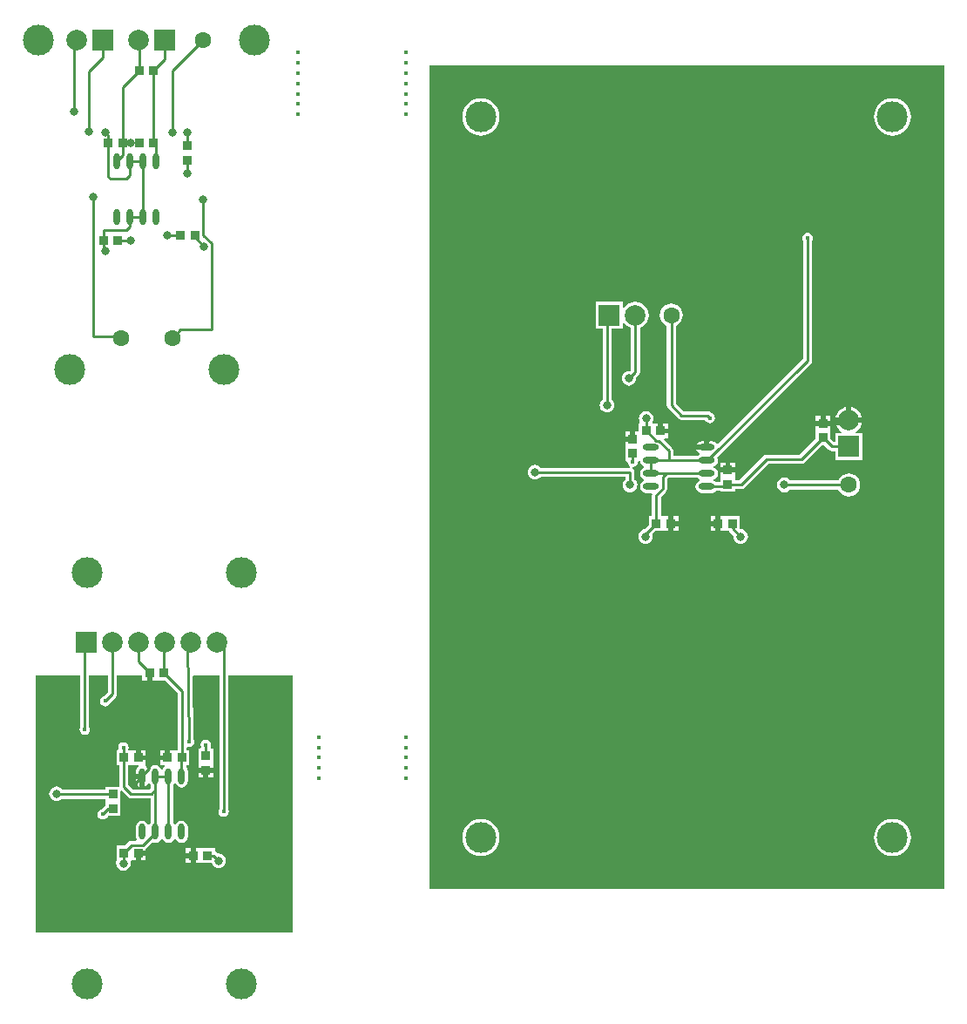
<source format=gbl>
G04 Layer_Physical_Order=2*
G04 Layer_Color=16711680*
%FSLAX44Y44*%
%MOMM*%
G71*
G01*
G75*
%ADD10R,0.8500X0.8500*%
%ADD15R,0.8500X0.8500*%
%ADD17C,0.2540*%
%ADD19C,2.0000*%
%ADD20R,2.0000X2.0000*%
%ADD21R,2.0000X2.0000*%
%ADD22C,1.6000*%
%ADD23C,1.0000*%
%ADD24C,0.4600*%
%ADD25C,0.4000*%
%ADD26C,0.8000*%
%ADD27C,3.0000*%
G04:AMPARAMS|DCode=28|XSize=1.55mm|YSize=0.6mm|CornerRadius=0.3mm|HoleSize=0mm|Usage=FLASHONLY|Rotation=270.000|XOffset=0mm|YOffset=0mm|HoleType=Round|Shape=RoundedRectangle|*
%AMROUNDEDRECTD28*
21,1,1.5500,0.0000,0,0,270.0*
21,1,0.9500,0.6000,0,0,270.0*
1,1,0.6000,0.0000,-0.4750*
1,1,0.6000,0.0000,0.4750*
1,1,0.6000,0.0000,0.4750*
1,1,0.6000,0.0000,-0.4750*
%
%ADD28ROUNDEDRECTD28*%
G04:AMPARAMS|DCode=29|XSize=1.55mm|YSize=0.6mm|CornerRadius=0.3mm|HoleSize=0mm|Usage=FLASHONLY|Rotation=180.000|XOffset=0mm|YOffset=0mm|HoleType=Round|Shape=RoundedRectangle|*
%AMROUNDEDRECTD29*
21,1,1.5500,0.0000,0,0,180.0*
21,1,0.9500,0.6000,0,0,180.0*
1,1,0.6000,-0.4750,0.0000*
1,1,0.6000,0.4750,0.0000*
1,1,0.6000,0.4750,0.0000*
1,1,0.6000,-0.4750,0.0000*
%
%ADD29ROUNDEDRECTD29*%
G36*
X99729Y161480D02*
X99124Y161076D01*
X97798Y159091D01*
X97332Y156750D01*
Y154500D01*
X103450D01*
Y152000D01*
X105950D01*
Y141704D01*
X107776Y142924D01*
X109102Y144909D01*
X109153Y145164D01*
X110448D01*
X110498Y144909D01*
X111796Y142966D01*
Y140453D01*
X110697Y139354D01*
X94303D01*
X89854Y143803D01*
Y162750D01*
X99344D01*
X99729Y161480D01*
D02*
G37*
G36*
X113000Y245250D02*
X125593D01*
X137646Y233197D01*
Y177250D01*
X130500D01*
Y170000D01*
X128000D01*
Y167500D01*
X120750D01*
Y162750D01*
X124744D01*
X125129Y161480D01*
X124524Y161076D01*
X123198Y159091D01*
X123147Y158836D01*
X121853D01*
X121802Y159091D01*
X120476Y161076D01*
X118491Y162402D01*
X116150Y162868D01*
X113809Y162402D01*
X111824Y161076D01*
X110498Y159091D01*
X110448Y158836D01*
X109153D01*
X109102Y159091D01*
X107776Y161076D01*
X107081Y161540D01*
X106750Y162750D01*
X106750D01*
X106750Y162750D01*
Y167500D01*
X99500D01*
Y170000D01*
X97000D01*
Y177250D01*
X89854D01*
Y178772D01*
X90098Y180000D01*
X89710Y181951D01*
X88605Y183605D01*
X86951Y184710D01*
X85000Y185098D01*
X83049Y184710D01*
X81395Y183605D01*
X80290Y181951D01*
X79902Y180000D01*
X80196Y178520D01*
X79413Y177250D01*
X78250D01*
Y162750D01*
X81146D01*
Y142000D01*
X80941Y141750D01*
X67750D01*
Y138854D01*
X25866D01*
X24992Y139992D01*
X23530Y141114D01*
X21827Y141820D01*
X20000Y142060D01*
X18173Y141820D01*
X16470Y141114D01*
X15008Y139992D01*
X13886Y138530D01*
X13180Y136827D01*
X12940Y135000D01*
X13180Y133173D01*
X13886Y131470D01*
X15008Y130007D01*
X16470Y128885D01*
X18173Y128180D01*
X20000Y127940D01*
X21827Y128180D01*
X23530Y128885D01*
X24992Y130007D01*
X25099Y130146D01*
X67750D01*
Y123798D01*
X67421Y123579D01*
X63678Y119835D01*
X63049Y119710D01*
X61395Y118605D01*
X60290Y116951D01*
X59902Y115000D01*
X60290Y113049D01*
X61395Y111395D01*
X63049Y110290D01*
X65000Y109902D01*
X66951Y110290D01*
X68605Y111395D01*
X69710Y113049D01*
X69750Y113250D01*
X82250D01*
Y127250D01*
Y137297D01*
X83520Y137823D01*
X89422Y131922D01*
X90834Y130978D01*
X92500Y130646D01*
X111796D01*
Y107034D01*
X110498Y105091D01*
X110448Y104836D01*
X109153D01*
X109102Y105091D01*
X107776Y107076D01*
X105791Y108402D01*
X103450Y108868D01*
X101109Y108402D01*
X99124Y107076D01*
X97798Y105091D01*
X97332Y102750D01*
Y93250D01*
X97798Y90909D01*
X98076Y90494D01*
X97477Y89374D01*
X93896D01*
X93795Y89354D01*
X93000D01*
X91334Y89022D01*
X89922Y88078D01*
X86593Y84750D01*
X78250D01*
Y70250D01*
X78250Y70250D01*
X78250D01*
X78141Y69025D01*
X77940Y67500D01*
X78180Y65673D01*
X78885Y63970D01*
X80008Y62508D01*
X81470Y61385D01*
X83173Y60680D01*
X85000Y60440D01*
X86827Y60680D01*
X88530Y61385D01*
X89993Y62508D01*
X91115Y63970D01*
X91820Y65673D01*
X92060Y67500D01*
X91866Y68980D01*
X92642Y70250D01*
X97000D01*
Y77500D01*
X99500D01*
Y80000D01*
X106750D01*
Y81664D01*
X107166Y81941D01*
X113217Y87993D01*
X113809Y87598D01*
X116150Y87132D01*
X118491Y87598D01*
X120476Y88924D01*
X121802Y90909D01*
X121853Y91164D01*
X123147D01*
X123198Y90909D01*
X124524Y88924D01*
X126509Y87598D01*
X128850Y87132D01*
X131191Y87598D01*
X133176Y88924D01*
X134502Y90909D01*
X134553Y91164D01*
X135848D01*
X135898Y90909D01*
X137224Y88924D01*
X139209Y87598D01*
X141550Y87132D01*
X143891Y87598D01*
X145876Y88924D01*
X147202Y90909D01*
X147668Y93250D01*
Y102750D01*
X147202Y105091D01*
X145876Y107076D01*
X143891Y108402D01*
X141550Y108868D01*
X139209Y108402D01*
X137224Y107076D01*
X135898Y105091D01*
X135848Y104836D01*
X134553D01*
X134502Y105091D01*
X133204Y107034D01*
Y142966D01*
X134502Y144909D01*
X134553Y145164D01*
X135848D01*
X135898Y144909D01*
X137224Y142924D01*
X139209Y141598D01*
X141550Y141132D01*
X143891Y141598D01*
X145876Y142924D01*
X147202Y144909D01*
X147668Y147250D01*
Y156750D01*
X147202Y159091D01*
X145904Y161034D01*
Y162750D01*
X149250D01*
Y177250D01*
X146354D01*
Y180020D01*
X147624Y180852D01*
X149000Y180579D01*
X150951Y180967D01*
X152605Y182072D01*
X153710Y183726D01*
X154098Y185677D01*
X153710Y187628D01*
X153315Y188219D01*
X152372Y249095D01*
X153263Y250000D01*
X178146D01*
Y119984D01*
X177790Y119451D01*
X177402Y117500D01*
X177790Y115549D01*
X178895Y113895D01*
X180549Y112790D01*
X182500Y112402D01*
X184451Y112790D01*
X186105Y113895D01*
X187210Y115549D01*
X187598Y117500D01*
X187210Y119451D01*
X186854Y119984D01*
Y250000D01*
X250000D01*
Y0D01*
X0D01*
Y250000D01*
X43146D01*
Y199984D01*
X42790Y199451D01*
X42402Y197500D01*
X42790Y195549D01*
X43895Y193895D01*
X45549Y192790D01*
X47500Y192402D01*
X49451Y192790D01*
X51105Y193895D01*
X52210Y195549D01*
X52598Y197500D01*
X52210Y199451D01*
X51854Y199984D01*
Y250000D01*
X70046D01*
Y233703D01*
X66178Y229835D01*
X65549Y229710D01*
X63895Y228605D01*
X62790Y226951D01*
X62402Y225000D01*
X62790Y223049D01*
X63895Y221395D01*
X65549Y220290D01*
X67500Y219902D01*
X69451Y220290D01*
X71105Y221395D01*
X72210Y223049D01*
X72335Y223678D01*
X77478Y228822D01*
X78422Y230234D01*
X78754Y231900D01*
Y250000D01*
X103250D01*
Y245250D01*
X108000D01*
Y252500D01*
X113000D01*
Y245250D01*
D02*
G37*
G36*
X882500Y42500D02*
X382500D01*
Y842500D01*
X882500D01*
Y42500D01*
D02*
G37*
%LPC*%
G36*
X100950Y149500D02*
X97332D01*
Y147250D01*
X97798Y144909D01*
X99124Y142924D01*
X100950Y141704D01*
Y149500D01*
D02*
G37*
G36*
X165000Y187598D02*
X163049Y187210D01*
X161395Y186105D01*
X160290Y184451D01*
X159902Y182500D01*
X160290Y180549D01*
X160310Y180520D01*
X159681Y179250D01*
X157750D01*
Y164750D01*
Y160500D01*
X165000D01*
X172250D01*
Y164750D01*
Y179250D01*
X170319D01*
X169690Y180520D01*
X169710Y180549D01*
X170098Y182500D01*
X169710Y184451D01*
X168605Y186105D01*
X166951Y187210D01*
X165000Y187598D01*
D02*
G37*
G36*
X172250Y155500D02*
X167500D01*
Y150750D01*
X172250D01*
Y155500D01*
D02*
G37*
G36*
X125500Y177250D02*
X120750D01*
Y172500D01*
X125500D01*
Y177250D01*
D02*
G37*
G36*
X106750D02*
X102000D01*
Y172500D01*
X106750D01*
Y177250D01*
D02*
G37*
G36*
X162500Y155500D02*
X157750D01*
Y150750D01*
X162500D01*
Y155500D01*
D02*
G37*
G36*
X106750Y75000D02*
X102000D01*
Y70250D01*
X106750D01*
Y75000D01*
D02*
G37*
G36*
X150500Y72500D02*
X145750D01*
Y67750D01*
X150500D01*
Y72500D01*
D02*
G37*
G36*
X174250Y82250D02*
X155500D01*
Y75000D01*
Y67750D01*
X170855D01*
X171385Y66470D01*
X172508Y65008D01*
X173970Y63885D01*
X175673Y63180D01*
X177500Y62940D01*
X179327Y63180D01*
X181030Y63885D01*
X182492Y65008D01*
X183615Y66470D01*
X184320Y68173D01*
X184560Y70000D01*
X184320Y71827D01*
X183615Y73530D01*
X182492Y74992D01*
X181030Y76115D01*
X179327Y76820D01*
X177500Y77060D01*
X176702Y76955D01*
X175578Y78078D01*
X174250Y78966D01*
Y82250D01*
D02*
G37*
G36*
X150500D02*
X145750D01*
Y77500D01*
X150500D01*
Y82250D01*
D02*
G37*
G36*
X624250Y395000D02*
X619500D01*
Y390250D01*
X624250D01*
Y395000D01*
D02*
G37*
G36*
X684250Y404750D02*
X665500D01*
Y397500D01*
Y390250D01*
X673702D01*
X673922Y389921D01*
X678045Y385798D01*
X677940Y385000D01*
X678180Y383173D01*
X678885Y381470D01*
X680008Y380008D01*
X681470Y378885D01*
X683173Y378180D01*
X685000Y377940D01*
X686827Y378180D01*
X688530Y378885D01*
X689992Y380008D01*
X691115Y381470D01*
X691820Y383173D01*
X692060Y385000D01*
X691820Y386827D01*
X691115Y388530D01*
X689992Y389992D01*
X688530Y391115D01*
X686827Y391820D01*
X685000Y392060D01*
X684250Y392718D01*
Y404750D01*
D02*
G37*
G36*
X432500Y110587D02*
X428971Y110239D01*
X425578Y109210D01*
X422451Y107539D01*
X419711Y105289D01*
X417461Y102549D01*
X415790Y99422D01*
X414761Y96029D01*
X414413Y92500D01*
X414761Y88971D01*
X415790Y85578D01*
X417461Y82451D01*
X419711Y79710D01*
X422451Y77461D01*
X425578Y75790D01*
X428971Y74760D01*
X432500Y74413D01*
X436029Y74760D01*
X439422Y75790D01*
X442549Y77461D01*
X445289Y79710D01*
X447539Y82451D01*
X449210Y85578D01*
X450239Y88971D01*
X450587Y92500D01*
X450239Y96029D01*
X449210Y99422D01*
X447539Y102549D01*
X445289Y105289D01*
X442549Y107539D01*
X439422Y109210D01*
X436029Y110239D01*
X432500Y110587D01*
D02*
G37*
G36*
X832500D02*
X828971Y110239D01*
X825578Y109210D01*
X822451Y107539D01*
X819710Y105289D01*
X817461Y102549D01*
X815790Y99422D01*
X814760Y96029D01*
X814413Y92500D01*
X814760Y88971D01*
X815790Y85578D01*
X817461Y82451D01*
X819710Y79710D01*
X822451Y77461D01*
X825578Y75790D01*
X828971Y74760D01*
X832500Y74413D01*
X836029Y74760D01*
X839422Y75790D01*
X842549Y77461D01*
X845290Y79710D01*
X847539Y82451D01*
X849210Y85578D01*
X850239Y88971D01*
X850587Y92500D01*
X850239Y96029D01*
X849210Y99422D01*
X847539Y102549D01*
X845290Y105289D01*
X842549Y107539D01*
X839422Y109210D01*
X836029Y110239D01*
X832500Y110587D01*
D02*
G37*
G36*
X660500Y395000D02*
X655750D01*
Y390250D01*
X660500D01*
Y395000D01*
D02*
G37*
G36*
X772250Y502250D02*
X767500D01*
Y497500D01*
X772250D01*
Y502250D01*
D02*
G37*
G36*
X787500Y510483D02*
X786606Y510365D01*
X783444Y509055D01*
X780728Y506972D01*
X778644Y504256D01*
X777335Y501094D01*
X777217Y500200D01*
X787500D01*
Y510483D01*
D02*
G37*
G36*
X617500Y611095D02*
X614628Y610717D01*
X611953Y609608D01*
X609655Y607845D01*
X607892Y605547D01*
X606783Y602872D01*
X606405Y600000D01*
X606783Y597128D01*
X607892Y594453D01*
X609655Y592155D01*
X611953Y590392D01*
X613146Y589897D01*
Y512500D01*
X613478Y510834D01*
X614422Y509422D01*
X624422Y499422D01*
X625834Y498478D01*
X627500Y498146D01*
X650271D01*
X650290Y498049D01*
X651395Y496395D01*
X653049Y495290D01*
X655000Y494902D01*
X656951Y495290D01*
X658605Y496395D01*
X659710Y498049D01*
X660098Y500000D01*
X659710Y501951D01*
X658605Y503605D01*
X656951Y504710D01*
X656322Y504835D01*
X655579Y505578D01*
X654166Y506522D01*
X652500Y506854D01*
X629303D01*
X621854Y514303D01*
Y589897D01*
X623047Y590392D01*
X625345Y592155D01*
X627108Y594453D01*
X628217Y597128D01*
X628595Y600000D01*
X628217Y602872D01*
X627108Y605547D01*
X625345Y607845D01*
X623047Y609608D01*
X620372Y610717D01*
X617500Y611095D01*
D02*
G37*
G36*
X762500Y502250D02*
X757750D01*
Y497500D01*
X762500D01*
Y502250D01*
D02*
G37*
G36*
X432500Y810587D02*
X428971Y810239D01*
X425578Y809210D01*
X422451Y807539D01*
X419711Y805290D01*
X417461Y802549D01*
X415790Y799422D01*
X414761Y796029D01*
X414413Y792500D01*
X414761Y788971D01*
X415790Y785578D01*
X417461Y782451D01*
X419711Y779710D01*
X422451Y777461D01*
X425578Y775790D01*
X428971Y774761D01*
X432500Y774413D01*
X436029Y774761D01*
X439422Y775790D01*
X442549Y777461D01*
X445289Y779710D01*
X447539Y782451D01*
X449210Y785578D01*
X450239Y788971D01*
X450587Y792500D01*
X450239Y796029D01*
X449210Y799422D01*
X447539Y802549D01*
X445289Y805290D01*
X442549Y807539D01*
X439422Y809210D01*
X436029Y810239D01*
X432500Y810587D01*
D02*
G37*
G36*
X832500D02*
X828971Y810239D01*
X825578Y809210D01*
X822451Y807539D01*
X819710Y805290D01*
X817461Y802549D01*
X815790Y799422D01*
X814760Y796029D01*
X814413Y792500D01*
X814760Y788971D01*
X815790Y785578D01*
X817461Y782451D01*
X819710Y779710D01*
X822451Y777461D01*
X825578Y775790D01*
X828971Y774761D01*
X832500Y774413D01*
X836029Y774761D01*
X839422Y775790D01*
X842549Y777461D01*
X845290Y779710D01*
X847539Y782451D01*
X849210Y785578D01*
X850239Y788971D01*
X850587Y792500D01*
X850239Y796029D01*
X849210Y799422D01*
X847539Y802549D01*
X845290Y805290D01*
X842549Y807539D01*
X839422Y809210D01*
X836029Y810239D01*
X832500Y810587D01*
D02*
G37*
G36*
X792500Y510483D02*
Y500200D01*
X802783D01*
X802665Y501094D01*
X801356Y504256D01*
X799272Y506972D01*
X796556Y509055D01*
X793394Y510365D01*
X792500Y510483D01*
D02*
G37*
G36*
X582700Y613112D02*
X579306Y612665D01*
X576144Y611356D01*
X573428Y609272D01*
X571570Y606850D01*
X570300Y607191D01*
Y613000D01*
X544300D01*
Y587000D01*
X550646D01*
Y517983D01*
X550008Y517492D01*
X548885Y516030D01*
X548180Y514327D01*
X547940Y512500D01*
X548180Y510673D01*
X548885Y508970D01*
X550008Y507508D01*
X551470Y506385D01*
X553173Y505680D01*
X555000Y505440D01*
X556827Y505680D01*
X558530Y506385D01*
X559992Y507508D01*
X561115Y508970D01*
X561820Y510673D01*
X562060Y512500D01*
X561820Y514327D01*
X561115Y516030D01*
X559992Y517492D01*
X559354Y517983D01*
Y587000D01*
X570300D01*
Y592809D01*
X571570Y593150D01*
X573428Y590728D01*
X576144Y588644D01*
X578346Y587732D01*
Y546503D01*
X577298Y545455D01*
X576500Y545560D01*
X574673Y545320D01*
X572970Y544614D01*
X571508Y543492D01*
X570386Y542030D01*
X569680Y540327D01*
X569440Y538500D01*
X569680Y536673D01*
X570386Y534970D01*
X571508Y533507D01*
X572970Y532385D01*
X574673Y531680D01*
X576500Y531440D01*
X578327Y531680D01*
X580030Y532385D01*
X581493Y533507D01*
X582615Y534970D01*
X583320Y536673D01*
X583560Y538500D01*
X583455Y539298D01*
X585779Y541622D01*
X586722Y543034D01*
X587054Y544700D01*
Y587732D01*
X589256Y588644D01*
X591972Y590728D01*
X594055Y593444D01*
X595365Y596606D01*
X595812Y600000D01*
X595365Y603394D01*
X594055Y606556D01*
X591972Y609272D01*
X589256Y611356D01*
X586094Y612665D01*
X582700Y613112D01*
D02*
G37*
G36*
X614250Y494750D02*
X609500D01*
Y490000D01*
X614250D01*
Y494750D01*
D02*
G37*
G36*
X790000Y446095D02*
X787128Y445717D01*
X784453Y444608D01*
X782155Y442845D01*
X780392Y440547D01*
X779897Y439354D01*
X732983D01*
X732493Y439992D01*
X731030Y441115D01*
X729327Y441820D01*
X727500Y442060D01*
X725673Y441820D01*
X723970Y441115D01*
X722508Y439992D01*
X721386Y438530D01*
X720680Y436827D01*
X720440Y435000D01*
X720680Y433173D01*
X721386Y431470D01*
X722508Y430008D01*
X723970Y428885D01*
X725673Y428180D01*
X727500Y427940D01*
X729327Y428180D01*
X731030Y428885D01*
X732493Y430008D01*
X732983Y430646D01*
X779897D01*
X780392Y429453D01*
X782155Y427155D01*
X784453Y425392D01*
X787128Y424283D01*
X790000Y423905D01*
X792872Y424283D01*
X795547Y425392D01*
X797845Y427155D01*
X799609Y429453D01*
X800717Y432128D01*
X801095Y435000D01*
X800717Y437872D01*
X799609Y440547D01*
X797845Y442845D01*
X795547Y444608D01*
X792872Y445717D01*
X790000Y446095D01*
D02*
G37*
G36*
X670000Y456750D02*
X665250D01*
Y452000D01*
X670000D01*
Y456750D01*
D02*
G37*
G36*
X660500Y404750D02*
X655750D01*
Y400000D01*
X660500D01*
Y404750D01*
D02*
G37*
G36*
X624250D02*
X619500D01*
Y400000D01*
X624250D01*
Y404750D01*
D02*
G37*
G36*
X750000Y680098D02*
X748049Y679710D01*
X746395Y678605D01*
X745290Y676951D01*
X744902Y675000D01*
X745290Y673049D01*
X745646Y672516D01*
Y557736D01*
X662869Y474959D01*
X661605Y475083D01*
X661076Y475876D01*
X659091Y477202D01*
X656750Y477668D01*
X654500D01*
Y471550D01*
X652000D01*
Y469050D01*
X641704D01*
X642924Y467224D01*
X644909Y465898D01*
X645164Y465847D01*
Y464552D01*
X644909Y464502D01*
X642966Y463204D01*
X619354D01*
Y468167D01*
X619022Y469833D01*
X618078Y471246D01*
X610247Y479077D01*
X610733Y480250D01*
X614250D01*
Y485000D01*
X607000D01*
Y487500D01*
X604500D01*
Y494750D01*
X599614D01*
X599053Y495889D01*
X599114Y495970D01*
X599820Y497673D01*
X600060Y499500D01*
X599820Y501327D01*
X599114Y503030D01*
X597993Y504492D01*
X596530Y505615D01*
X594827Y506320D01*
X593000Y506560D01*
X591173Y506320D01*
X589470Y505615D01*
X588008Y504492D01*
X586885Y503030D01*
X586180Y501327D01*
X585940Y499500D01*
X586180Y497673D01*
X586885Y495970D01*
X586948Y495889D01*
X586386Y494750D01*
X585750D01*
Y486750D01*
X582500D01*
Y479500D01*
X580000D01*
Y477000D01*
X572750D01*
Y472250D01*
Y458250D01*
X574286D01*
X574902Y457500D01*
X575290Y455549D01*
X576395Y453895D01*
X577623Y453074D01*
X577620Y453039D01*
X577165Y451854D01*
X490483D01*
X489992Y452492D01*
X488530Y453615D01*
X486827Y454320D01*
X485000Y454560D01*
X483173Y454320D01*
X481470Y453615D01*
X480008Y452492D01*
X478886Y451030D01*
X478180Y449327D01*
X477940Y447500D01*
X478180Y445673D01*
X478886Y443970D01*
X480008Y442508D01*
X481470Y441385D01*
X483173Y440680D01*
X485000Y440440D01*
X486827Y440680D01*
X488530Y441385D01*
X489992Y442508D01*
X490483Y443146D01*
X573146D01*
Y440483D01*
X572508Y439992D01*
X571385Y438530D01*
X570680Y436827D01*
X570440Y435000D01*
X570680Y433173D01*
X571385Y431470D01*
X572508Y430008D01*
X573970Y428885D01*
X575673Y428180D01*
X577500Y427940D01*
X579327Y428180D01*
X581030Y428885D01*
X582492Y430008D01*
X583615Y431470D01*
X584320Y433173D01*
X584560Y435000D01*
X584320Y436827D01*
X583615Y438530D01*
X582492Y439992D01*
X581854Y440483D01*
Y447500D01*
X581522Y449166D01*
X580578Y450578D01*
X579697Y451167D01*
X579926Y452101D01*
X580104Y452423D01*
X581951Y452790D01*
X583605Y453895D01*
X584710Y455549D01*
X585098Y457500D01*
X585714Y458250D01*
X587250D01*
X587250Y458250D01*
X587481Y457099D01*
X587598Y456509D01*
X588924Y454524D01*
X590909Y453198D01*
X591164Y453147D01*
Y451852D01*
X590909Y451802D01*
X588924Y450476D01*
X587598Y448491D01*
X587132Y446150D01*
X587598Y443809D01*
X588924Y441824D01*
X590909Y440498D01*
X591164Y440447D01*
Y439152D01*
X590909Y439102D01*
X588924Y437776D01*
X587598Y435791D01*
X587132Y433450D01*
X587598Y431109D01*
X588924Y429124D01*
X590909Y427798D01*
X593250Y427332D01*
X598124D01*
X598891Y426062D01*
X598646Y424833D01*
Y404750D01*
X595750D01*
Y396407D01*
X591237Y391894D01*
X590673Y391820D01*
X588970Y391115D01*
X587508Y389992D01*
X586385Y388530D01*
X585680Y386827D01*
X585440Y385000D01*
X585680Y383173D01*
X586385Y381470D01*
X587508Y380008D01*
X588970Y378885D01*
X590673Y378180D01*
X592500Y377940D01*
X594327Y378180D01*
X596030Y378885D01*
X597492Y380008D01*
X598615Y381470D01*
X599320Y383173D01*
X599560Y385000D01*
X599320Y386827D01*
X599075Y387418D01*
X601907Y390250D01*
X614500D01*
Y397500D01*
Y404750D01*
X607354D01*
Y423030D01*
X612099Y427774D01*
X613042Y429187D01*
X613374Y430853D01*
Y440867D01*
X614303Y441796D01*
X642966D01*
X644909Y440498D01*
X645164Y440447D01*
Y439152D01*
X644909Y439102D01*
X642924Y437776D01*
X641598Y435791D01*
X641133Y433450D01*
X641598Y431109D01*
X642924Y429124D01*
X644909Y427798D01*
X647250Y427332D01*
X656750D01*
X659091Y427798D01*
X661034Y429096D01*
X665250D01*
Y428250D01*
X679750D01*
Y431146D01*
X685500D01*
X687166Y431478D01*
X688578Y432421D01*
X711803Y455646D01*
X744000D01*
X745666Y455978D01*
X747078Y456922D01*
X763907Y473750D01*
X766093D01*
X770621Y469221D01*
X772034Y468278D01*
X773700Y467946D01*
X777000D01*
Y459300D01*
X803000D01*
Y485300D01*
X797191D01*
X796850Y486570D01*
X799272Y488428D01*
X801356Y491144D01*
X802665Y494306D01*
X802783Y495200D01*
X790000D01*
X777217D01*
X777335Y494306D01*
X778644Y491144D01*
X780728Y488428D01*
X783150Y486570D01*
X782809Y485300D01*
X777000D01*
Y476654D01*
X775503D01*
X772250Y479907D01*
Y487750D01*
Y492500D01*
X765000D01*
X757750D01*
Y487750D01*
Y479907D01*
X742197Y464354D01*
X710000D01*
X708334Y464022D01*
X706921Y463078D01*
X683697Y439854D01*
X679750D01*
Y447000D01*
X672500D01*
X665250D01*
Y442250D01*
Y437804D01*
X661034D01*
X659091Y439102D01*
X658836Y439152D01*
Y440447D01*
X659091Y440498D01*
X661076Y441824D01*
X662402Y443809D01*
X662868Y446150D01*
X662402Y448491D01*
X661076Y450476D01*
X659091Y451802D01*
X658836Y451852D01*
Y453147D01*
X659091Y453198D01*
X661076Y454524D01*
X662402Y456509D01*
X662868Y458850D01*
X662402Y461191D01*
X662007Y461783D01*
X753079Y552854D01*
X754022Y554267D01*
X754354Y555933D01*
Y672516D01*
X754710Y673049D01*
X755098Y675000D01*
X754710Y676951D01*
X753605Y678605D01*
X751951Y679710D01*
X750000Y680098D01*
D02*
G37*
G36*
X577500Y486750D02*
X572750D01*
Y482000D01*
X577500D01*
Y486750D01*
D02*
G37*
G36*
X679750Y456750D02*
X675000D01*
Y452000D01*
X679750D01*
Y456750D01*
D02*
G37*
G36*
X649500Y477668D02*
X647250D01*
X644909Y477202D01*
X642924Y475876D01*
X641704Y474050D01*
X649500D01*
Y477668D01*
D02*
G37*
%LPD*%
D10*
X75000Y134500D02*
D03*
Y120500D02*
D03*
X165000Y172000D02*
D03*
Y158000D02*
D03*
X580000Y479500D02*
D03*
Y465500D02*
D03*
X147500Y764500D02*
D03*
Y750500D02*
D03*
X672500Y449500D02*
D03*
Y435500D02*
D03*
X765000Y495000D02*
D03*
Y481000D02*
D03*
D15*
X153000Y75000D02*
D03*
X167000D02*
D03*
X663000Y397500D02*
D03*
X677000D02*
D03*
X140500Y677500D02*
D03*
X154500D02*
D03*
X99500Y77500D02*
D03*
X85500D02*
D03*
X99500Y170000D02*
D03*
X85500D02*
D03*
X607000Y487500D02*
D03*
X593000D02*
D03*
X617000Y397500D02*
D03*
X603000D02*
D03*
X84500Y767500D02*
D03*
X70500D02*
D03*
X79500Y672500D02*
D03*
X65500D02*
D03*
X128000Y170000D02*
D03*
X142000D02*
D03*
X110500Y252500D02*
D03*
X124500D02*
D03*
X100500Y837500D02*
D03*
X114500D02*
D03*
X100500Y767500D02*
D03*
X114500D02*
D03*
D17*
X132500Y577500D02*
X140770Y585770D01*
X170770D01*
X80500Y579500D02*
X82500Y577500D01*
X55500Y579500D02*
X80500D01*
X630000Y397500D02*
X663000D01*
X617500Y512500D02*
Y600000D01*
Y512500D02*
X627500Y502500D01*
X652500D01*
X655000Y500000D01*
X147501Y282452D02*
X149000Y185677D01*
X147500Y282500D02*
X147501Y282452D01*
Y282452D02*
Y282452D01*
X750000Y555933D02*
Y675000D01*
X652917Y458850D02*
X750000Y555933D01*
X652000Y458850D02*
X652917D01*
X580000Y479500D02*
Y490000D01*
X598000Y446150D02*
Y458850D01*
X615000D02*
X652000D01*
X598000D02*
X615000D01*
Y468167D01*
X605347Y477820D02*
X615000Y468167D01*
X602680Y477820D02*
X605347D01*
X593000Y487500D02*
X602680Y477820D01*
X580000Y457500D02*
Y465500D01*
X154500Y675500D02*
X163500Y666500D01*
X154500Y675500D02*
Y677500D01*
X127500D02*
X140500D01*
X79500Y672500D02*
X92500D01*
X147500Y764500D02*
Y777500D01*
X116550Y749500D02*
Y765450D01*
X114500Y767500D02*
X116550Y765450D01*
X91150Y749500D02*
X103850D01*
X84500Y767500D02*
X92500D01*
X67500Y777500D02*
X70500Y774500D01*
Y767500D02*
Y774500D01*
X78450Y749500D02*
X84500Y755550D01*
Y767500D01*
X65500Y664500D02*
X67500Y662500D01*
X65500Y664500D02*
Y672500D01*
X103850Y703520D02*
Y749500D01*
X91150Y695500D02*
X103850D01*
X91150Y686150D02*
Y695500D01*
X65500Y672500D02*
Y682500D01*
X87500D01*
X91150Y686150D01*
Y736150D02*
Y749500D01*
X87500Y732500D02*
X91150Y736150D01*
X72500Y732500D02*
X87500D01*
X70500Y734500D02*
X72500Y732500D01*
X70500Y734500D02*
Y767500D01*
X84500D02*
Y821500D01*
X147500Y737500D02*
Y750500D01*
X114500Y767500D02*
Y837500D01*
X84500Y821500D02*
X100500Y837500D01*
X55500Y579500D02*
Y714500D01*
X162500Y677781D02*
Y712500D01*
Y677781D02*
X170770Y669511D01*
Y585770D02*
Y669511D01*
X132500Y777500D02*
Y837500D01*
X162500Y867500D01*
X100500Y837500D02*
Y866800D01*
X99800Y867500D02*
X100500Y866800D01*
X114500Y837500D02*
X125200Y848200D01*
Y867500D01*
X37500Y797500D02*
Y865200D01*
X39800Y867500D01*
X51500Y778500D02*
Y836500D01*
X65200Y850200D01*
Y867500D01*
X677000Y393000D02*
Y397500D01*
Y393000D02*
X685000Y385000D01*
X593000Y487500D02*
Y499500D01*
X592500Y387000D02*
X603000Y397500D01*
X592500Y385000D02*
Y387000D01*
X577500Y435000D02*
Y447500D01*
X485000D02*
X577500D01*
X765000Y495000D02*
X787300D01*
X790000Y497700D01*
X765000Y481000D02*
X773700Y472300D01*
X790000D01*
X555000Y512500D02*
Y597700D01*
X557300Y600000D01*
X576500Y538500D02*
X582700Y544700D01*
Y600000D01*
X617000Y397500D02*
X630000D01*
X603000D02*
Y424833D01*
X609020Y430853D01*
Y442670D01*
X612500Y446150D01*
X598000D02*
X612500D01*
X652000D01*
X607000Y487500D02*
X617500D01*
X633450Y471550D02*
X652000D01*
X617500Y487500D02*
X633450Y471550D01*
X652000D02*
Y479500D01*
X652500Y480000D01*
X672500Y449500D02*
Y460000D01*
X652000Y433450D02*
X670450D01*
X672500Y435500D01*
X685500D01*
X710000Y460000D01*
X744000D01*
X765000Y481000D01*
X727500Y435000D02*
X790000D01*
X167000Y75000D02*
X172500D01*
X177500Y70000D01*
X70500Y120500D02*
X75000D01*
X20000Y135000D02*
X20500Y134500D01*
X85500Y170000D02*
Y179500D01*
X85000Y180000D02*
X85500Y179500D01*
X85000Y67500D02*
Y77000D01*
X99500Y170000D02*
X110000D01*
X117500D01*
X128000D01*
X65000Y115000D02*
X70500Y120500D01*
X20500Y134500D02*
X75000D01*
X165000Y172000D02*
Y182500D01*
X116150Y152000D02*
X128850D01*
X95000Y152500D02*
X102950D01*
X103450Y152000D01*
X95000Y145000D02*
X96450D01*
X85500Y142000D02*
Y170000D01*
Y142000D02*
X92500Y135000D01*
X112500D01*
X116150Y138650D01*
Y98000D02*
Y138650D01*
Y152000D01*
X128850Y98000D02*
Y152000D01*
X116150Y97083D02*
Y98000D01*
X104087Y85020D02*
X116150Y97083D01*
X93896Y85020D02*
X104087D01*
X93876Y85000D02*
X93896Y85020D01*
X93000Y85000D02*
X93876D01*
X85000Y77000D02*
X85500Y77500D01*
X93000Y85000D01*
X140000Y75000D02*
X153000D01*
X99500Y77500D02*
X110000D01*
X142000Y170000D02*
Y235000D01*
X124500Y252500D02*
X142000Y235000D01*
X110000Y170000D02*
X110500Y170500D01*
X110000Y159550D02*
Y170000D01*
X96450Y145000D02*
X103450Y152000D01*
X165000Y145000D02*
Y158000D01*
X47500Y197500D02*
Y281000D01*
X49000Y282500D01*
X74400Y231900D02*
Y282500D01*
X67500Y225000D02*
X74400Y231900D01*
X182500Y117500D02*
Y276000D01*
X176000Y282500D02*
X182500Y276000D01*
X124500Y252500D02*
Y281800D01*
X125200Y282500D01*
X99800Y263200D02*
X110500Y252500D01*
X99800Y263200D02*
Y282500D01*
X141550Y152000D02*
Y169550D01*
X142000Y170000D01*
X102950Y152500D02*
X110000Y159550D01*
X110500Y170500D02*
Y252500D01*
D19*
X176000Y282500D02*
D03*
X99800D02*
D03*
X74400D02*
D03*
X125200D02*
D03*
X150600D02*
D03*
X790000Y497700D02*
D03*
X582700Y600000D02*
D03*
X99800Y867500D02*
D03*
X39800D02*
D03*
D20*
X49000Y282500D02*
D03*
X557300Y600000D02*
D03*
X125200Y867500D02*
D03*
X65200D02*
D03*
D21*
X790000Y472300D02*
D03*
D22*
X82500Y577500D02*
D03*
X617500Y600000D02*
D03*
X162500Y867500D02*
D03*
X790000Y435000D02*
D03*
X132500Y577500D02*
D03*
D23*
X857500Y742500D02*
D03*
X832500Y692500D02*
D03*
X857500Y642500D02*
D03*
X832500Y592500D02*
D03*
X857500Y542500D02*
D03*
X832500Y492500D02*
D03*
X857500Y442500D02*
D03*
X832500Y392500D02*
D03*
X857500Y342500D02*
D03*
X832500Y292500D02*
D03*
X857500Y242500D02*
D03*
X832500Y192500D02*
D03*
X857500Y142500D02*
D03*
X782500Y792500D02*
D03*
X807500Y742500D02*
D03*
X782500Y692500D02*
D03*
X807500Y642500D02*
D03*
X782500Y592500D02*
D03*
X807500Y542500D02*
D03*
Y442500D02*
D03*
X782500Y392500D02*
D03*
X807500Y342500D02*
D03*
X782500Y292500D02*
D03*
X807500Y242500D02*
D03*
X782500Y192500D02*
D03*
X807500Y142500D02*
D03*
X782500Y92500D02*
D03*
X732500Y792500D02*
D03*
X757500Y742500D02*
D03*
X732500Y692500D02*
D03*
Y592500D02*
D03*
X757500Y542500D02*
D03*
X732500Y492500D02*
D03*
Y392500D02*
D03*
X757500Y342500D02*
D03*
X732500Y292500D02*
D03*
X757500Y242500D02*
D03*
X732500Y192500D02*
D03*
X757500Y142500D02*
D03*
X732500Y92500D02*
D03*
X682500Y792500D02*
D03*
X707500Y742500D02*
D03*
Y642500D02*
D03*
Y542500D02*
D03*
Y342500D02*
D03*
X682500Y292500D02*
D03*
X707500Y242500D02*
D03*
X682500Y192500D02*
D03*
X707500Y142500D02*
D03*
X682500Y92500D02*
D03*
X632500Y792500D02*
D03*
Y692500D02*
D03*
Y592500D02*
D03*
Y492500D02*
D03*
X657500Y342500D02*
D03*
X632500Y292500D02*
D03*
X657500Y242500D02*
D03*
X632500Y192500D02*
D03*
X657500Y142500D02*
D03*
X632500Y92500D02*
D03*
X582500Y792500D02*
D03*
X607500Y742500D02*
D03*
X582500Y692500D02*
D03*
X607500Y642500D02*
D03*
Y542500D02*
D03*
X582500Y392500D02*
D03*
X607500Y342500D02*
D03*
X582500Y292500D02*
D03*
X607500Y242500D02*
D03*
X582500Y192500D02*
D03*
X607500Y142500D02*
D03*
X582500Y92500D02*
D03*
X532500Y792500D02*
D03*
X557500Y742500D02*
D03*
X532500Y692500D02*
D03*
X557500Y642500D02*
D03*
X532500Y592500D02*
D03*
Y492500D02*
D03*
Y392500D02*
D03*
X557500Y342500D02*
D03*
X532500Y292500D02*
D03*
X557500Y242500D02*
D03*
X532500Y192500D02*
D03*
X557500Y142500D02*
D03*
X532500Y92500D02*
D03*
X482500Y792500D02*
D03*
X507500Y742500D02*
D03*
X482500Y692500D02*
D03*
X507500Y642500D02*
D03*
X482500Y592500D02*
D03*
X507500Y542500D02*
D03*
X482500Y492500D02*
D03*
Y392500D02*
D03*
X507500Y342500D02*
D03*
X482500Y292500D02*
D03*
X507500Y242500D02*
D03*
X482500Y192500D02*
D03*
X507500Y142500D02*
D03*
X482500Y92500D02*
D03*
X457500Y742500D02*
D03*
X432500Y692500D02*
D03*
X457500Y642500D02*
D03*
X432500Y592500D02*
D03*
X457500Y542500D02*
D03*
X432500Y492500D02*
D03*
Y392500D02*
D03*
X457500Y342500D02*
D03*
X432500Y292500D02*
D03*
X457500Y242500D02*
D03*
X432500Y192500D02*
D03*
X457500Y142500D02*
D03*
X12500Y22500D02*
D03*
X22500Y42500D02*
D03*
X12500Y62500D02*
D03*
X22500Y82500D02*
D03*
X12500Y102500D02*
D03*
X22500Y122500D02*
D03*
Y162500D02*
D03*
X12500Y182500D02*
D03*
X22500Y202500D02*
D03*
X12500Y222500D02*
D03*
X32500Y22500D02*
D03*
X42500Y42500D02*
D03*
X32500Y222500D02*
D03*
X52500Y22500D02*
D03*
X72500D02*
D03*
Y102500D02*
D03*
X92500Y22500D02*
D03*
X102500Y122500D02*
D03*
X92500Y222500D02*
D03*
X112500Y22500D02*
D03*
X122500Y82500D02*
D03*
X112500Y222500D02*
D03*
X132500Y22500D02*
D03*
X142500Y122500D02*
D03*
X132500Y222500D02*
D03*
X152500Y22500D02*
D03*
X162500Y122500D02*
D03*
X152500Y142500D02*
D03*
X172500Y22500D02*
D03*
Y102500D02*
D03*
Y222500D02*
D03*
X192500Y22500D02*
D03*
X202500Y42500D02*
D03*
Y202500D02*
D03*
X192500Y222500D02*
D03*
X212500Y22500D02*
D03*
X222500Y42500D02*
D03*
Y82500D02*
D03*
Y122500D02*
D03*
Y162500D02*
D03*
Y202500D02*
D03*
X212500Y222500D02*
D03*
X232500Y22500D02*
D03*
X242500Y42500D02*
D03*
X232500Y62500D02*
D03*
X242500Y82500D02*
D03*
X232500Y102500D02*
D03*
X242500Y122500D02*
D03*
X232500Y142500D02*
D03*
X242500Y162500D02*
D03*
X232500Y182500D02*
D03*
X242500Y202500D02*
D03*
X232500Y222500D02*
D03*
D24*
X671364Y738894D02*
D03*
X662508Y722218D02*
D03*
Y714618D02*
D03*
Y707018D02*
D03*
Y699418D02*
D03*
Y691818D02*
D03*
Y684218D02*
D03*
Y676618D02*
D03*
Y669018D02*
D03*
Y661419D02*
D03*
X661337Y653909D02*
D03*
X661256Y646310D02*
D03*
Y638710D02*
D03*
Y631110D02*
D03*
Y623510D02*
D03*
X662508Y616013D02*
D03*
Y608414D02*
D03*
Y600814D02*
D03*
Y593214D02*
D03*
Y585614D02*
D03*
Y578014D02*
D03*
X682492Y572093D02*
D03*
Y579693D02*
D03*
Y602473D02*
D03*
Y610074D02*
D03*
X682732Y617670D02*
D03*
X683744Y625202D02*
D03*
Y632802D02*
D03*
Y640402D02*
D03*
Y648002D02*
D03*
X683230Y655584D02*
D03*
X682492Y663148D02*
D03*
Y670749D02*
D03*
Y678348D02*
D03*
Y685948D02*
D03*
Y693548D02*
D03*
Y701148D02*
D03*
Y708748D02*
D03*
Y716348D02*
D03*
Y723948D02*
D03*
X664302Y564981D02*
D03*
X662508Y557595D02*
D03*
Y549995D02*
D03*
Y542395D02*
D03*
Y534795D02*
D03*
X664647Y504884D02*
D03*
X671388Y501373D02*
D03*
X678713Y503400D02*
D03*
X682492Y540235D02*
D03*
Y547835D02*
D03*
Y555435D02*
D03*
X681501Y562970D02*
D03*
D25*
X655000Y500000D02*
D03*
X750000Y675000D02*
D03*
X580000Y490000D02*
D03*
Y457500D02*
D03*
X110000Y170000D02*
D03*
X117500D02*
D03*
X85000Y180000D02*
D03*
X65000Y115000D02*
D03*
X165000Y182500D02*
D03*
X95000Y152500D02*
D03*
Y145000D02*
D03*
X140000Y75000D02*
D03*
X110000Y77500D02*
D03*
X165000Y145000D02*
D03*
X182500Y117500D02*
D03*
X149000Y185677D02*
D03*
X47500Y197500D02*
D03*
X67500Y225000D02*
D03*
X275000Y190000D02*
D03*
Y180000D02*
D03*
Y170000D02*
D03*
Y160000D02*
D03*
Y150000D02*
D03*
X360000D02*
D03*
Y160000D02*
D03*
Y170000D02*
D03*
Y180000D02*
D03*
Y190000D02*
D03*
Y795000D02*
D03*
Y805000D02*
D03*
Y815000D02*
D03*
Y825000D02*
D03*
Y835000D02*
D03*
Y845000D02*
D03*
Y855000D02*
D03*
X255000Y795000D02*
D03*
Y805000D02*
D03*
Y815000D02*
D03*
Y825000D02*
D03*
Y835000D02*
D03*
Y845000D02*
D03*
Y855000D02*
D03*
D26*
X652500Y480000D02*
D03*
X132500Y777500D02*
D03*
X162500Y712500D02*
D03*
X37500Y797500D02*
D03*
X51500Y778500D02*
D03*
X55500Y714500D02*
D03*
X163500Y666500D02*
D03*
X127500Y677500D02*
D03*
X92500Y672500D02*
D03*
X147500Y777500D02*
D03*
X92500Y767500D02*
D03*
X67500Y777500D02*
D03*
Y662500D02*
D03*
X147500Y737500D02*
D03*
X685000Y385000D02*
D03*
X593000Y499500D02*
D03*
X592500Y385000D02*
D03*
X577500Y435000D02*
D03*
X485000Y447500D02*
D03*
X555000Y512500D02*
D03*
X576500Y538500D02*
D03*
X630000Y397500D02*
D03*
X617500Y487500D02*
D03*
X672500Y460000D02*
D03*
X727500Y435000D02*
D03*
X177500Y70000D02*
D03*
X20000Y135000D02*
D03*
X85000Y67500D02*
D03*
D27*
X50000Y-50000D02*
D03*
X200000D02*
D03*
X50000Y350000D02*
D03*
X200000D02*
D03*
X32500Y547500D02*
D03*
X182500D02*
D03*
X2500Y867500D02*
D03*
X212500D02*
D03*
X432500Y92500D02*
D03*
X832500D02*
D03*
X432500Y792500D02*
D03*
X832500D02*
D03*
D28*
X103450Y98000D02*
D03*
X116150D02*
D03*
X128850D02*
D03*
X141550D02*
D03*
Y152000D02*
D03*
X128850D02*
D03*
X116150D02*
D03*
X103450D02*
D03*
X78450Y695500D02*
D03*
X91150D02*
D03*
X103850D02*
D03*
X116550D02*
D03*
Y749500D02*
D03*
X103850D02*
D03*
X91150D02*
D03*
X78450D02*
D03*
D29*
X598000Y471550D02*
D03*
Y458850D02*
D03*
Y446150D02*
D03*
Y433450D02*
D03*
X652000D02*
D03*
Y446150D02*
D03*
Y458850D02*
D03*
Y471550D02*
D03*
M02*

</source>
